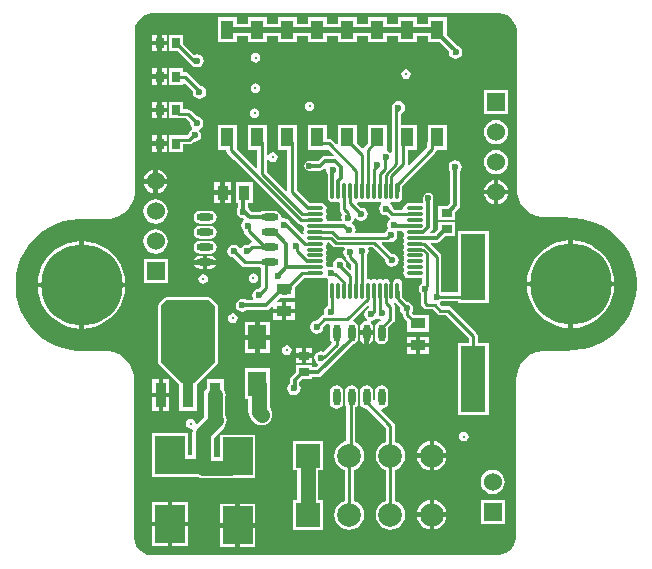
<source format=gbr>
%TF.GenerationSoftware,Altium Limited,Altium Designer,20.0.13 (296)*%
G04 Layer_Physical_Order=1*
G04 Layer_Color=255*
%FSLAX25Y25*%
%MOIN*%
%TF.FileFunction,Copper,L1,Top,Signal*%
%TF.Part,Single*%
G01*
G75*
%TA.AperFunction,SMDPad,CuDef*%
%ADD10R,0.06496X0.08465*%
%ADD11R,0.03543X0.02756*%
%ADD12O,0.05709X0.01181*%
%ADD13O,0.01181X0.05709*%
%ADD14R,0.05118X0.03740*%
%ADD15O,0.05709X0.02362*%
%ADD16R,0.03740X0.05118*%
%ADD17R,0.08300X0.22000*%
%ADD18R,0.02756X0.03543*%
%ADD19R,0.03740X0.08465*%
%ADD20R,0.12795X0.08465*%
%ADD21O,0.02362X0.05709*%
%ADD22R,0.09843X0.12500*%
%ADD23R,0.04331X0.06299*%
%TA.AperFunction,Conductor*%
%ADD24C,0.01000*%
%ADD25C,0.01181*%
%ADD26C,0.05000*%
%ADD27C,0.02000*%
%TA.AperFunction,ComponentPad*%
%ADD28C,0.07874*%
%ADD29R,0.07874X0.07874*%
%ADD30R,0.06000X0.06000*%
%ADD31C,0.06000*%
%ADD32C,0.27165*%
%TA.AperFunction,ViaPad*%
%ADD33C,0.02362*%
%ADD34C,0.01181*%
G36*
X636023Y282060D02*
X637163Y281587D01*
X638190Y280901D01*
X639063Y280028D01*
X639749Y279001D01*
X640222Y277860D01*
X640462Y276649D01*
Y276032D01*
X640463Y276031D01*
X640462Y276031D01*
X640505Y223649D01*
X640521Y223566D01*
X640514Y223482D01*
X640592Y222743D01*
X640614Y222672D01*
Y222598D01*
X640915Y221084D01*
X640975Y220938D01*
X641006Y220783D01*
X641597Y219356D01*
X641685Y219225D01*
X641745Y219079D01*
X642603Y217795D01*
X642715Y217684D01*
X642802Y217552D01*
X643894Y216461D01*
X644025Y216373D01*
X644137Y216261D01*
X645421Y215404D01*
X645567Y215343D01*
X645698Y215255D01*
X647124Y214664D01*
X647279Y214633D01*
X647426Y214573D01*
X648939Y214272D01*
X649058D01*
X649174Y214243D01*
X649481Y214228D01*
X649653Y214194D01*
X649820Y214130D01*
X649958Y214133D01*
X650093Y214106D01*
X657766D01*
X657904Y214014D01*
X657968Y214001D01*
X658026Y213969D01*
X658274Y213941D01*
X658518Y213892D01*
X659755D01*
X662212Y213615D01*
X664623Y213065D01*
X666957Y212248D01*
X669185Y211175D01*
X671278Y209859D01*
X673212Y208318D01*
X674960Y206569D01*
X676502Y204636D01*
X677818Y202542D01*
X678891Y200314D01*
X679707Y197980D01*
X680258Y195569D01*
X680535Y193112D01*
Y190639D01*
X680258Y188182D01*
X679707Y185771D01*
X678891Y183437D01*
X677818Y181209D01*
X676502Y179115D01*
X674961Y177182D01*
X673212Y175433D01*
X671278Y173891D01*
X669185Y172576D01*
X666957Y171503D01*
X664623Y170686D01*
X662212Y170136D01*
X659755Y169859D01*
X658518D01*
X658359Y169827D01*
X658196Y169826D01*
X658055Y169767D01*
X658044Y169765D01*
X650206D01*
X650166Y169757D01*
X650127Y169763D01*
X649850Y169749D01*
X649850Y169749D01*
X649078Y169711D01*
X648963Y169682D01*
X648844D01*
X647330Y169381D01*
X647184Y169321D01*
X647029Y169290D01*
X645603Y168699D01*
X645471Y168611D01*
X645325Y168551D01*
X644042Y167693D01*
X643930Y167581D01*
X643798Y167493D01*
X642707Y166402D01*
X642619Y166271D01*
X642507Y166159D01*
X641650Y164875D01*
X641589Y164729D01*
X641501Y164598D01*
X640911Y163172D01*
X640880Y163017D01*
X640819Y162871D01*
X640518Y161356D01*
Y161238D01*
X640489Y161122D01*
X640479Y160921D01*
X640438Y160859D01*
X640407Y160700D01*
X640345Y160551D01*
X640346Y160396D01*
X640316Y160244D01*
Y108385D01*
X640285Y108322D01*
X640271Y108112D01*
X640230Y107905D01*
Y107288D01*
X639989Y106077D01*
X639516Y104936D01*
X638830Y103910D01*
X637957Y103036D01*
X636930Y102350D01*
X635790Y101878D01*
X634579Y101637D01*
X633961D01*
X633847Y101614D01*
X633730Y101620D01*
X633628Y101605D01*
X519570D01*
X519544Y101600D01*
X519517Y101604D01*
X519237Y101539D01*
X518956Y101483D01*
X518933Y101468D01*
X518907Y101462D01*
X518902Y101459D01*
X518632D01*
X517420Y101700D01*
X516280Y102173D01*
X515253Y102859D01*
X514380Y103732D01*
X513694Y104759D01*
X513221Y105899D01*
X512981Y107110D01*
Y107728D01*
X512954Y107859D01*
X512958Y107994D01*
X512909Y108123D01*
Y160204D01*
X512898Y160258D01*
X512906Y160314D01*
X512853Y161077D01*
X512826Y161177D01*
Y161281D01*
X512525Y162795D01*
X512464Y162941D01*
X512434Y163096D01*
X511843Y164522D01*
X511755Y164653D01*
X511694Y164799D01*
X510837Y166083D01*
X510725Y166195D01*
X510637Y166326D01*
X509546Y167418D01*
X509414Y167506D01*
X509303Y167617D01*
X508019Y168475D01*
X507873Y168535D01*
X507741Y168623D01*
X506315Y169214D01*
X506160Y169245D01*
X506014Y169305D01*
X504500Y169606D01*
X504381D01*
X504266Y169635D01*
X503494Y169673D01*
X503457Y169668D01*
X503420Y169675D01*
X495330Y169699D01*
X495183Y169670D01*
X495034Y169672D01*
X495013Y169664D01*
X494251D01*
X491794Y169941D01*
X489383Y170491D01*
X487049Y171308D01*
X484821Y172381D01*
X482727Y173696D01*
X480794Y175238D01*
X479045Y176987D01*
X477503Y178920D01*
X476188Y181014D01*
X475115Y183242D01*
X474298Y185576D01*
X473748Y187987D01*
X473471Y190444D01*
Y192917D01*
X473748Y195374D01*
X474298Y197785D01*
X475115Y200119D01*
X476188Y202347D01*
X477503Y204441D01*
X479045Y206374D01*
X480794Y208123D01*
X482727Y209665D01*
X484821Y210980D01*
X487049Y212053D01*
X489383Y212870D01*
X491794Y213420D01*
X494251Y213697D01*
X495487D01*
X495511Y213702D01*
X495536Y213698D01*
X495607Y213700D01*
X503643D01*
X503759Y213672D01*
X503828Y213684D01*
X503897Y213673D01*
X504668Y213711D01*
X504784Y213740D01*
X504903D01*
X506417Y214041D01*
X506563Y214102D01*
X506718Y214133D01*
X508144Y214723D01*
X508276Y214811D01*
X508422Y214872D01*
X509705Y215729D01*
X509817Y215841D01*
X509948Y215929D01*
X511040Y217020D01*
X511128Y217152D01*
X511239Y217264D01*
X512097Y218547D01*
X512158Y218693D01*
X512245Y218825D01*
X512836Y220251D01*
X512867Y220406D01*
X512927Y220552D01*
X513229Y222066D01*
Y222185D01*
X513258Y222300D01*
X513296Y223072D01*
X513289Y223112D01*
X513297Y223152D01*
X513259Y275551D01*
X513244Y275626D01*
X513252Y275704D01*
X513216Y276068D01*
Y276608D01*
X513457Y277819D01*
X513930Y278960D01*
X514616Y279987D01*
X515489Y280860D01*
X516516Y281546D01*
X517656Y282018D01*
X518867Y282259D01*
X519485D01*
X519489Y282260D01*
X519493Y282259D01*
X519775Y282261D01*
X633945Y282261D01*
X634070Y282286D01*
X634197Y282281D01*
X634321Y282300D01*
X634811D01*
X636023Y282060D01*
D02*
G37*
%LPC*%
G36*
X617144Y280798D02*
X610814D01*
Y278688D01*
X607144D01*
Y280798D01*
X600813D01*
Y278688D01*
X597144D01*
Y280798D01*
X590813D01*
Y278688D01*
X587144D01*
Y280798D01*
X580814D01*
Y278688D01*
X577144D01*
Y280798D01*
X570814D01*
Y278688D01*
X567144D01*
Y280798D01*
X560814D01*
Y278688D01*
X557144D01*
Y280798D01*
X550813D01*
Y278688D01*
X547144D01*
Y280798D01*
X540813D01*
Y272499D01*
X547144D01*
Y274609D01*
X550813D01*
Y272499D01*
X557144D01*
Y274609D01*
X560814D01*
Y272499D01*
X567144D01*
Y274609D01*
X570814D01*
Y272499D01*
X577144D01*
Y274609D01*
X580814D01*
Y272499D01*
X587144D01*
Y274609D01*
X590813D01*
Y272499D01*
X597144D01*
Y274609D01*
X600813D01*
Y272499D01*
X607144D01*
Y274609D01*
X610814D01*
Y272499D01*
X614851D01*
X617939Y269411D01*
X617905Y269240D01*
X618074Y268389D01*
X618556Y267668D01*
X619277Y267186D01*
X620128Y267017D01*
X620979Y267186D01*
X621701Y267668D01*
X622183Y268389D01*
X622352Y269240D01*
X622183Y270091D01*
X621701Y270813D01*
X620979Y271295D01*
X620558Y271379D01*
X617144Y274792D01*
Y280798D01*
D02*
G37*
G36*
X523840Y275026D02*
X522212D01*
Y273005D01*
X523840D01*
Y275026D01*
D02*
G37*
G36*
X520712D02*
X519084D01*
Y273005D01*
X520712D01*
Y275026D01*
D02*
G37*
G36*
X523840Y271505D02*
X522212D01*
Y269483D01*
X523840D01*
Y271505D01*
D02*
G37*
G36*
X520712D02*
X519084D01*
Y269483D01*
X520712D01*
Y271505D01*
D02*
G37*
G36*
X553488Y268958D02*
X552868Y268835D01*
X552342Y268483D01*
X551990Y267957D01*
X551867Y267336D01*
X551990Y266716D01*
X552342Y266190D01*
X552868Y265838D01*
X553488Y265715D01*
X554109Y265838D01*
X554635Y266190D01*
X554987Y266716D01*
X555110Y267336D01*
X554987Y267957D01*
X554635Y268483D01*
X554109Y268835D01*
X553488Y268958D01*
D02*
G37*
G36*
X529352Y275026D02*
X524596D01*
Y269483D01*
X527583D01*
X531818Y265247D01*
X532314Y264916D01*
X532327Y264913D01*
X532432Y264756D01*
X533153Y264274D01*
X534004Y264105D01*
X534855Y264274D01*
X535577Y264756D01*
X536059Y265478D01*
X536228Y266329D01*
X536059Y267180D01*
X535577Y267901D01*
X534855Y268383D01*
X534004Y268552D01*
X533153Y268383D01*
X533066Y268325D01*
X529352Y272040D01*
Y275026D01*
D02*
G37*
G36*
X523840Y263853D02*
X522212D01*
Y261831D01*
X523840D01*
Y263853D01*
D02*
G37*
G36*
X520712D02*
X519084D01*
Y261831D01*
X520712D01*
Y263853D01*
D02*
G37*
G36*
X603624Y263442D02*
X603004Y263319D01*
X602477Y262967D01*
X602126Y262441D01*
X602002Y261821D01*
X602126Y261200D01*
X602477Y260674D01*
X603004Y260322D01*
X603624Y260199D01*
X604245Y260322D01*
X604771Y260674D01*
X605122Y261200D01*
X605246Y261821D01*
X605122Y262441D01*
X604771Y262967D01*
X604245Y263319D01*
X603624Y263442D01*
D02*
G37*
G36*
X523840Y260331D02*
X522212D01*
Y258310D01*
X523840D01*
Y260331D01*
D02*
G37*
G36*
X520712D02*
X519084D01*
Y258310D01*
X520712D01*
Y260331D01*
D02*
G37*
G36*
X553455Y258872D02*
X552835Y258749D01*
X552308Y258397D01*
X551957Y257871D01*
X551833Y257251D01*
X551957Y256630D01*
X552308Y256104D01*
X552835Y255752D01*
X553455Y255629D01*
X554076Y255752D01*
X554602Y256104D01*
X554953Y256630D01*
X555077Y257251D01*
X554953Y257871D01*
X554602Y258397D01*
X554076Y258749D01*
X553455Y258872D01*
D02*
G37*
G36*
X529352Y263853D02*
X524596D01*
Y258310D01*
X529352D01*
Y258765D01*
X529814Y258956D01*
X532601Y256169D01*
X532547Y255897D01*
X532716Y255047D01*
X533198Y254325D01*
X533919Y253843D01*
X534770Y253674D01*
X535622Y253843D01*
X536343Y254325D01*
X536825Y255047D01*
X536994Y255897D01*
X536825Y256749D01*
X536343Y257470D01*
X535622Y257952D01*
X535025Y258071D01*
X530933Y262162D01*
X530437Y262494D01*
X529852Y262611D01*
X529352D01*
Y263853D01*
D02*
G37*
G36*
X523840Y252679D02*
X522212D01*
Y250658D01*
X523840D01*
Y252679D01*
D02*
G37*
G36*
X520712D02*
X519084D01*
Y250658D01*
X520712D01*
Y252679D01*
D02*
G37*
G36*
X571460Y252757D02*
X570839Y252634D01*
X570313Y252282D01*
X569962Y251756D01*
X569838Y251135D01*
X569962Y250515D01*
X570313Y249989D01*
X570839Y249637D01*
X571460Y249514D01*
X572080Y249637D01*
X572606Y249989D01*
X572958Y250515D01*
X573081Y251135D01*
X572958Y251756D01*
X572606Y252282D01*
X572080Y252634D01*
X571460Y252757D01*
D02*
G37*
G36*
X637638Y256554D02*
X629638D01*
Y248554D01*
X637638D01*
Y256554D01*
D02*
G37*
G36*
X553138Y250459D02*
X552517Y250336D01*
X551991Y249984D01*
X551639Y249458D01*
X551516Y248837D01*
X551639Y248217D01*
X551991Y247691D01*
X552517Y247339D01*
X553138Y247216D01*
X553758Y247339D01*
X554284Y247691D01*
X554636Y248217D01*
X554759Y248837D01*
X554636Y249458D01*
X554284Y249984D01*
X553758Y250336D01*
X553138Y250459D01*
D02*
G37*
G36*
X523840Y249158D02*
X522212D01*
Y247136D01*
X523840D01*
Y249158D01*
D02*
G37*
G36*
X520712D02*
X519084D01*
Y247136D01*
X520712D01*
Y249158D01*
D02*
G37*
G36*
X523840Y241506D02*
X522212D01*
Y239484D01*
X523840D01*
Y241506D01*
D02*
G37*
G36*
X520712D02*
X519084D01*
Y239484D01*
X520712D01*
Y241506D01*
D02*
G37*
G36*
X529352Y252679D02*
X524596D01*
Y247136D01*
X527704D01*
X527852Y247107D01*
X530201D01*
X531650Y245658D01*
X531640Y245607D01*
X531809Y244756D01*
X532291Y244034D01*
X532328Y244010D01*
X532241Y243467D01*
X531636Y243063D01*
X531154Y242341D01*
X531061Y241874D01*
X530722Y241535D01*
X527852D01*
X527704Y241506D01*
X524596D01*
Y235962D01*
X529352D01*
Y238476D01*
X531356D01*
X531941Y238593D01*
X532437Y238924D01*
X532851Y239338D01*
X533209Y239267D01*
X534060Y239436D01*
X534781Y239918D01*
X535263Y240639D01*
X535433Y241490D01*
X535263Y242341D01*
X534781Y243063D01*
X534745Y243087D01*
X534832Y243631D01*
X535436Y244034D01*
X535918Y244756D01*
X536088Y245607D01*
X535918Y246458D01*
X535436Y247179D01*
X534715Y247661D01*
X533864Y247831D01*
X533813Y247820D01*
X531916Y249717D01*
X531420Y250049D01*
X530835Y250165D01*
X529352D01*
Y252679D01*
D02*
G37*
G36*
X633638Y246588D02*
X632593Y246451D01*
X631620Y246048D01*
X630785Y245407D01*
X630144Y244571D01*
X629740Y243598D01*
X629603Y242554D01*
X629740Y241510D01*
X630144Y240537D01*
X630785Y239701D01*
X631620Y239060D01*
X632593Y238657D01*
X633638Y238519D01*
X634682Y238657D01*
X635655Y239060D01*
X636490Y239701D01*
X637132Y240537D01*
X637535Y241510D01*
X637672Y242554D01*
X637535Y243598D01*
X637132Y244571D01*
X636490Y245407D01*
X635655Y246048D01*
X634682Y246451D01*
X633638Y246588D01*
D02*
G37*
G36*
X523840Y237984D02*
X522212D01*
Y235962D01*
X523840D01*
Y237984D01*
D02*
G37*
G36*
X520712D02*
X519084D01*
Y235962D01*
X520712D01*
Y237984D01*
D02*
G37*
G36*
X601079Y252968D02*
X600228Y252799D01*
X599506Y252317D01*
X599024Y251595D01*
X598855Y250744D01*
X598986Y250086D01*
X598918Y249744D01*
Y235912D01*
X598418Y235761D01*
X597779Y236188D01*
X597376Y236268D01*
X597144Y236672D01*
Y244971D01*
X590813D01*
Y238835D01*
X589824Y237845D01*
X589492Y237349D01*
X589467Y237220D01*
X588924Y237055D01*
X587144Y238835D01*
Y244971D01*
X580814D01*
Y238694D01*
X580352Y238503D01*
X578948Y239906D01*
X578452Y240238D01*
X577867Y240354D01*
X577144D01*
Y244971D01*
X570814D01*
Y236672D01*
X577144D01*
Y236677D01*
X577644Y236884D01*
X579474Y235054D01*
X579283Y234592D01*
X576611D01*
X575990Y234469D01*
X575464Y234117D01*
X574333Y232987D01*
X571304D01*
X570683Y232863D01*
X570157Y232512D01*
X569805Y231985D01*
X569682Y231365D01*
X569805Y230744D01*
X570157Y230218D01*
X570683Y229867D01*
X571304Y229743D01*
X575005D01*
X575626Y229867D01*
X576152Y230218D01*
X576623Y230689D01*
X577084Y230443D01*
X576971Y229878D01*
X577141Y229027D01*
X577473Y228530D01*
Y225264D01*
Y220736D01*
X577596Y220116D01*
X577948Y219589D01*
X578474Y219238D01*
X579094Y219114D01*
X579715Y219238D01*
X580079Y219481D01*
X580442Y219238D01*
X581063Y219114D01*
X581115Y219125D01*
X581502Y218808D01*
Y216811D01*
X581618Y216226D01*
X581950Y215729D01*
X582422Y215257D01*
X582217Y214949D01*
X582047Y214098D01*
X582184Y213409D01*
X581887Y212909D01*
X577458D01*
X577173Y213256D01*
X577049Y213877D01*
X576806Y214240D01*
X577049Y214604D01*
X577173Y215224D01*
X577049Y215845D01*
X576806Y216209D01*
X577049Y216572D01*
X577173Y217193D01*
X577049Y217814D01*
X576698Y218340D01*
X576172Y218691D01*
X575551Y218815D01*
X571565D01*
X567174Y223206D01*
Y239156D01*
X567144Y239304D01*
Y244971D01*
X560814D01*
Y236672D01*
X564115D01*
Y222913D01*
X563615Y222706D01*
X557174Y229147D01*
Y233546D01*
X557674Y233596D01*
X557681Y233557D01*
X558033Y233031D01*
X558559Y232680D01*
X559179Y232556D01*
X559800Y232680D01*
X560326Y233031D01*
X560678Y233557D01*
X560801Y234178D01*
X560678Y234798D01*
X560326Y235325D01*
X559800Y235676D01*
X559179Y235800D01*
X558559Y235676D01*
X558033Y235325D01*
X557681Y234798D01*
X557674Y234760D01*
X557174Y234809D01*
Y239156D01*
X557144Y239304D01*
Y244971D01*
X550813D01*
Y236672D01*
X554115D01*
Y230609D01*
X553653Y230418D01*
X548592Y235478D01*
X548569Y235513D01*
X547144Y236938D01*
Y244971D01*
X540813D01*
Y236672D01*
X543649D01*
X543749Y236173D01*
X544080Y235676D01*
X546384Y233373D01*
X546407Y233339D01*
X567571Y212175D01*
X568067Y211843D01*
X568652Y211727D01*
X569095D01*
X569412Y211340D01*
X569402Y211287D01*
X569525Y210667D01*
X569768Y210303D01*
X569525Y209940D01*
X569402Y209319D01*
X569501Y208818D01*
X569441Y208699D01*
X568894Y208589D01*
X568812Y208621D01*
X565090Y212342D01*
X565054Y212526D01*
X564572Y213247D01*
X563850Y213729D01*
X562999Y213899D01*
X562483Y213796D01*
X562049Y214176D01*
X562048Y214180D01*
X561880Y215027D01*
X561398Y215749D01*
X560676Y216231D01*
X559825Y216400D01*
X556479D01*
X555628Y216231D01*
X554980Y215798D01*
X552247D01*
X551516Y216529D01*
X551443Y216894D01*
X551010Y217541D01*
Y218875D01*
X552647D01*
Y225993D01*
X546907D01*
Y218875D01*
X547767D01*
Y217541D01*
X547334Y216894D01*
X547165Y216043D01*
X547334Y215192D01*
X547816Y214470D01*
X548538Y213988D01*
X549389Y213819D01*
X549506Y213655D01*
X549396Y213025D01*
X549320Y212974D01*
X548838Y212252D01*
X548668Y211402D01*
X548838Y210550D01*
X549320Y209829D01*
X549623Y209626D01*
Y209502D01*
X549740Y208917D01*
X550071Y208420D01*
X552309Y206184D01*
X552123Y205662D01*
X551758Y205589D01*
X551262Y205258D01*
X551020Y205015D01*
X550662Y205086D01*
X549811Y204917D01*
X549089Y204435D01*
X548799Y204001D01*
X548198D01*
X547917Y204421D01*
X547196Y204903D01*
X546345Y205072D01*
X545494Y204903D01*
X544772Y204421D01*
X544290Y203700D01*
X544121Y202849D01*
X544290Y201997D01*
X544772Y201276D01*
X545494Y200794D01*
X546345Y200625D01*
X546396Y200635D01*
X548936Y198095D01*
X549432Y197763D01*
X550017Y197647D01*
X554877D01*
X554906Y197604D01*
X555449Y197241D01*
Y191153D01*
X554634Y190337D01*
X554583Y190347D01*
X553732Y190178D01*
X553011Y189696D01*
X552529Y188974D01*
X552359Y188124D01*
X552529Y187272D01*
X552721Y186984D01*
X552454Y186484D01*
X550559D01*
X549911Y186917D01*
X549060Y187086D01*
X548209Y186917D01*
X547487Y186435D01*
X547005Y185713D01*
X546836Y184862D01*
X547005Y184011D01*
X547487Y183290D01*
X548209Y182808D01*
X549060Y182638D01*
X549911Y182808D01*
X550559Y183240D01*
X556891D01*
X557512Y183364D01*
X558038Y183715D01*
X558892Y184569D01*
X559354Y184378D01*
Y183661D01*
X562163D01*
Y185782D01*
X560757D01*
X560566Y186243D01*
X561647Y187325D01*
X562230D01*
X562652Y187241D01*
X563341D01*
X563762Y187325D01*
X566472D01*
Y190254D01*
X566501Y190402D01*
Y190945D01*
X569567Y194010D01*
X570560D01*
X571024Y193918D01*
X575551D01*
X576172Y194041D01*
X576348Y194159D01*
X576838Y194061D01*
X576928Y193928D01*
X577609Y193472D01*
X577665Y193386D01*
X577790Y192908D01*
X577596Y192617D01*
X577473Y191996D01*
Y187469D01*
X577565Y187004D01*
Y184763D01*
X576932Y184340D01*
X576450Y183619D01*
X576281Y182768D01*
X576407Y182132D01*
X576398Y181868D01*
X576080Y181570D01*
X575804Y181516D01*
X575308Y181184D01*
X573946Y179822D01*
X573895Y179832D01*
X573044Y179663D01*
X572323Y179181D01*
X571841Y178460D01*
X571671Y177609D01*
X571841Y176758D01*
X572323Y176036D01*
X573044Y175554D01*
X573895Y175385D01*
X574746Y175554D01*
X575468Y176036D01*
X575950Y176758D01*
X576119Y177609D01*
X576109Y177659D01*
X577023Y178573D01*
X578104D01*
X578410Y178073D01*
X578276Y177402D01*
Y174055D01*
X578445Y173204D01*
X578928Y172483D01*
X578697Y172037D01*
X576089Y169430D01*
X575311Y169585D01*
X574460Y169416D01*
X573738Y168934D01*
X573256Y168212D01*
X573087Y167361D01*
X573256Y166510D01*
X573738Y165789D01*
X574276Y165429D01*
X574401Y164847D01*
X573741Y164187D01*
X572374D01*
Y164943D01*
X566831D01*
Y162481D01*
X565336Y160986D01*
X564984Y160460D01*
X564861Y159840D01*
Y158826D01*
X564684Y158708D01*
X564202Y157986D01*
X564033Y157135D01*
X564202Y156284D01*
X564684Y155563D01*
X565406Y155081D01*
X566257Y154911D01*
X567108Y155081D01*
X567829Y155563D01*
X568311Y156284D01*
X568480Y157135D01*
X568311Y157986D01*
X568104Y158296D01*
Y159168D01*
X569124Y160187D01*
X572374D01*
Y160944D01*
X574413D01*
X575033Y161067D01*
X575559Y161419D01*
X586089Y171949D01*
X586351Y172001D01*
X587073Y172483D01*
X587555Y173204D01*
X587724Y174055D01*
Y177402D01*
X587555Y178253D01*
X587073Y178974D01*
X586351Y179456D01*
X586132Y179500D01*
X585987Y179978D01*
X590883Y184874D01*
X591345Y184683D01*
Y183927D01*
X591149Y183888D01*
X590427Y183406D01*
X589945Y182684D01*
X589776Y181833D01*
X589945Y180982D01*
X590427Y180261D01*
X590664Y180103D01*
X590518Y179678D01*
X590483Y179622D01*
X589649Y179456D01*
X588928Y178974D01*
X588445Y178253D01*
X588276Y177402D01*
Y176478D01*
X592724D01*
Y177402D01*
X592555Y178253D01*
X592072Y178974D01*
X591835Y179132D01*
X591982Y179557D01*
X592017Y179613D01*
X592851Y179779D01*
X593573Y180261D01*
X593822Y180634D01*
X594096D01*
X594817Y180152D01*
X595200Y180076D01*
Y179566D01*
X594649Y179456D01*
X593927Y178974D01*
X593445Y178253D01*
X593276Y177402D01*
Y174055D01*
X593445Y173204D01*
X593927Y172483D01*
X594649Y172001D01*
X595500Y171831D01*
X596351Y172001D01*
X597073Y172483D01*
X597555Y173204D01*
X597724Y174055D01*
Y177402D01*
X597714Y177453D01*
X599490Y179229D01*
X599822Y179725D01*
X599938Y180311D01*
Y184124D01*
X599822Y184709D01*
X599490Y185205D01*
X599440Y185256D01*
X599465Y185573D01*
X599592Y185807D01*
X599817Y185836D01*
X601645Y184007D01*
X601602Y183794D01*
X601772Y182942D01*
X602254Y182221D01*
X602558Y182018D01*
Y181701D01*
X602674Y181115D01*
X603005Y180619D01*
X604083Y179541D01*
Y175964D01*
X611201D01*
Y181704D01*
X606246D01*
X605616Y182334D01*
Y182547D01*
X605881Y182942D01*
X606050Y183794D01*
X605881Y184645D01*
X605399Y185366D01*
X604677Y185848D01*
X603994Y185984D01*
X602370Y187608D01*
Y191996D01*
X602246Y192617D01*
X601895Y193143D01*
X601369Y193494D01*
X600748Y193618D01*
X600127Y193494D01*
X599764Y193251D01*
X599529Y193408D01*
Y193036D01*
X599250Y192617D01*
X599126Y191996D01*
Y189732D01*
X598433D01*
Y191996D01*
X598310Y192617D01*
X598029Y193036D01*
Y193408D01*
X597795Y193252D01*
X597432Y193494D01*
X596811Y193618D01*
X596190Y193494D01*
X595827Y193251D01*
X595463Y193494D01*
X594842Y193618D01*
X594222Y193494D01*
X593858Y193252D01*
X593495Y193494D01*
X592874Y193618D01*
X592253Y193494D01*
X591890Y193251D01*
X591526Y193494D01*
X590905Y193618D01*
X590887Y193614D01*
X590501Y193931D01*
Y201348D01*
X590597Y201412D01*
X591079Y202134D01*
X591248Y202985D01*
X591122Y203621D01*
X591444Y204121D01*
X592486D01*
X596693Y199914D01*
X596683Y199863D01*
X596852Y199012D01*
X597334Y198290D01*
X598056Y197808D01*
X598907Y197639D01*
X599758Y197808D01*
X600480Y198290D01*
X600961Y199012D01*
X601131Y199863D01*
X600961Y200714D01*
X600480Y201435D01*
X599758Y201918D01*
X598907Y202087D01*
X598856Y202077D01*
X595571Y205362D01*
X595763Y205823D01*
X597394D01*
X597979Y205940D01*
X598087Y206011D01*
X598553Y205919D01*
X599404Y206088D01*
X600125Y206570D01*
X600607Y207292D01*
X600776Y208143D01*
X600607Y208994D01*
X600461Y209212D01*
X600759Y209666D01*
X602385D01*
X602669Y209319D01*
X602793Y208698D01*
X603036Y208335D01*
X602793Y207971D01*
X602669Y207350D01*
X602793Y206730D01*
X603036Y206366D01*
X602793Y206003D01*
X602669Y205382D01*
X602793Y204761D01*
X603036Y204398D01*
X602793Y204034D01*
X602669Y203413D01*
X602793Y202793D01*
X603036Y202429D01*
X602793Y202066D01*
X602669Y201445D01*
X602793Y200824D01*
X603036Y200461D01*
X602793Y200097D01*
X602669Y199476D01*
X602793Y198856D01*
X603036Y198492D01*
X602793Y198129D01*
X602669Y197508D01*
X602793Y196887D01*
X603036Y196524D01*
X602793Y196160D01*
X602669Y195539D01*
X602793Y194919D01*
X603145Y194393D01*
X603671Y194041D01*
X604291Y193918D01*
X608819D01*
X608970Y193793D01*
Y192283D01*
X608484Y191958D01*
X608002Y191237D01*
X607832Y190386D01*
X608002Y189535D01*
X608484Y188813D01*
X608527Y188784D01*
Y185592D01*
X608643Y185007D01*
X608975Y184511D01*
X609561Y183925D01*
X610057Y183594D01*
X610642Y183477D01*
X612519D01*
X613995Y182001D01*
X614491Y181669D01*
X615077Y181553D01*
X616836D01*
X624471Y173919D01*
Y172301D01*
X620850D01*
Y148301D01*
X631150D01*
Y172301D01*
X627529D01*
Y174552D01*
X627413Y175137D01*
X627081Y175634D01*
X618551Y184164D01*
X618055Y184495D01*
X617470Y184612D01*
X615710D01*
X614976Y185346D01*
X615025Y185843D01*
X615408Y186100D01*
X615437Y186143D01*
X620850D01*
Y185701D01*
X631150D01*
Y209701D01*
X620850D01*
Y189201D01*
X615437D01*
X615408Y189244D01*
X615365Y189273D01*
Y201055D01*
X615249Y201640D01*
X614917Y202136D01*
X611787Y205267D01*
X611978Y205729D01*
X613927D01*
X614548Y205852D01*
X615074Y206204D01*
X616697Y207826D01*
X619947D01*
Y212582D01*
X614403D01*
Y210120D01*
X613256Y208972D01*
X611956D01*
X611764Y209434D01*
X612154Y209823D01*
X612505Y210350D01*
X612629Y210970D01*
Y220676D01*
X612505Y221297D01*
X612154Y221823D01*
X611628Y222175D01*
X611007Y222298D01*
X610387Y222175D01*
X609860Y221823D01*
X609509Y221297D01*
X609385Y220676D01*
Y219096D01*
X608999Y218779D01*
X608819Y218815D01*
X604291D01*
X603671Y218691D01*
X603145Y218340D01*
X602793Y217814D01*
X602669Y217193D01*
X602680Y217140D01*
X602363Y216754D01*
X599649D01*
X599179Y217224D01*
X599055Y217851D01*
X598572Y218572D01*
X598416Y218677D01*
X598611Y219148D01*
X598779Y219114D01*
X599400Y219238D01*
X599764Y219481D01*
X600127Y219238D01*
X600748Y219114D01*
X601369Y219238D01*
X601895Y219589D01*
X602246Y220116D01*
X602370Y220736D01*
Y224723D01*
X613395Y235748D01*
X613727Y236244D01*
X613812Y236672D01*
X617144D01*
Y244971D01*
X610814D01*
Y239304D01*
X610784Y239156D01*
Y237463D01*
X604546Y231225D01*
X604109Y231494D01*
X604199Y231947D01*
Y236672D01*
X607144D01*
Y244971D01*
X601977D01*
Y248721D01*
X602651Y249172D01*
X603133Y249893D01*
X603303Y250744D01*
X603133Y251595D01*
X602651Y252317D01*
X601930Y252799D01*
X601079Y252968D01*
D02*
G37*
G36*
X633638Y236588D02*
X632593Y236451D01*
X631620Y236048D01*
X630785Y235407D01*
X630144Y234571D01*
X629740Y233598D01*
X629603Y232554D01*
X629740Y231510D01*
X630144Y230537D01*
X630785Y229701D01*
X631620Y229060D01*
X632593Y228657D01*
X633638Y228519D01*
X634682Y228657D01*
X635655Y229060D01*
X636490Y229701D01*
X637132Y230537D01*
X637535Y231510D01*
X637672Y232554D01*
X637535Y233598D01*
X637132Y234571D01*
X636490Y235407D01*
X635655Y236048D01*
X634682Y236451D01*
X633638Y236588D01*
D02*
G37*
G36*
X520889Y230073D02*
Y226887D01*
X524075D01*
X524036Y227181D01*
X523633Y228154D01*
X522992Y228990D01*
X522156Y229631D01*
X521183Y230034D01*
X520889Y230073D01*
D02*
G37*
G36*
X519389D02*
X519095Y230034D01*
X518122Y229631D01*
X517286Y228990D01*
X516645Y228154D01*
X516242Y227181D01*
X516203Y226887D01*
X519389D01*
Y230073D01*
D02*
G37*
G36*
X634388Y226490D02*
Y223304D01*
X637573D01*
X637535Y223598D01*
X637132Y224571D01*
X636490Y225407D01*
X635655Y226048D01*
X634682Y226451D01*
X634388Y226490D01*
D02*
G37*
G36*
X632888D02*
X632593Y226451D01*
X631620Y226048D01*
X630785Y225407D01*
X630144Y224571D01*
X629740Y223598D01*
X629702Y223304D01*
X632888D01*
Y226490D01*
D02*
G37*
G36*
X545364Y225993D02*
X543244D01*
Y223184D01*
X545364D01*
Y225993D01*
D02*
G37*
G36*
X541744D02*
X539624D01*
Y223184D01*
X541744D01*
Y225993D01*
D02*
G37*
G36*
X524075Y225387D02*
X520889D01*
Y222201D01*
X521183Y222240D01*
X522156Y222643D01*
X522992Y223284D01*
X523633Y224120D01*
X524036Y225093D01*
X524075Y225387D01*
D02*
G37*
G36*
X519389D02*
X516203D01*
X516242Y225093D01*
X516645Y224120D01*
X517286Y223284D01*
X518122Y222643D01*
X519095Y222240D01*
X519389Y222201D01*
Y225387D01*
D02*
G37*
G36*
X545364Y221684D02*
X543244D01*
Y218875D01*
X545364D01*
Y221684D01*
D02*
G37*
G36*
X541744D02*
X539624D01*
Y218875D01*
X541744D01*
Y221684D01*
D02*
G37*
G36*
X637573Y221804D02*
X634388D01*
Y218618D01*
X634682Y218657D01*
X635655Y219060D01*
X636490Y219701D01*
X637132Y220537D01*
X637535Y221510D01*
X637573Y221804D01*
D02*
G37*
G36*
X632888D02*
X629702D01*
X629740Y221510D01*
X630144Y220537D01*
X630785Y219701D01*
X631620Y219060D01*
X632593Y218657D01*
X632888Y218618D01*
Y221804D01*
D02*
G37*
G36*
X620022Y233106D02*
X619171Y232936D01*
X618449Y232454D01*
X617967Y231733D01*
X617798Y230882D01*
X617967Y230031D01*
X618400Y229383D01*
Y218841D01*
X617653Y218094D01*
X614403D01*
Y213338D01*
X619947D01*
Y215801D01*
X621169Y217023D01*
X621520Y217549D01*
X621643Y218169D01*
Y229383D01*
X622076Y230031D01*
X622246Y230882D01*
X622076Y231733D01*
X621594Y232454D01*
X620873Y232936D01*
X620022Y233106D01*
D02*
G37*
G36*
X520139Y220171D02*
X519095Y220034D01*
X518122Y219631D01*
X517286Y218990D01*
X516645Y218154D01*
X516242Y217181D01*
X516105Y216137D01*
X516242Y215093D01*
X516645Y214120D01*
X517286Y213284D01*
X518122Y212643D01*
X519095Y212240D01*
X520139Y212102D01*
X521183Y212240D01*
X522156Y212643D01*
X522992Y213284D01*
X523633Y214120D01*
X524036Y215093D01*
X524173Y216137D01*
X524036Y217181D01*
X523633Y218154D01*
X522992Y218990D01*
X522156Y219631D01*
X521183Y220034D01*
X520139Y220171D01*
D02*
G37*
G36*
X538368Y216400D02*
X535022D01*
X534171Y216231D01*
X533449Y215749D01*
X532967Y215027D01*
X532798Y214176D01*
X532967Y213325D01*
X533449Y212604D01*
X534171Y212122D01*
X535022Y211952D01*
X538368D01*
X539219Y212122D01*
X539941Y212604D01*
X540423Y213325D01*
X540592Y214176D01*
X540423Y215027D01*
X539941Y215749D01*
X539219Y216231D01*
X538368Y216400D01*
D02*
G37*
G36*
Y211400D02*
X535022D01*
X534171Y211231D01*
X533449Y210749D01*
X532967Y210027D01*
X532798Y209176D01*
X532967Y208325D01*
X533449Y207604D01*
X534171Y207121D01*
X535022Y206952D01*
X538368D01*
X539219Y207121D01*
X539941Y207604D01*
X540423Y208325D01*
X540592Y209176D01*
X540423Y210027D01*
X539941Y210749D01*
X539219Y211231D01*
X538368Y211400D01*
D02*
G37*
G36*
X520139Y210171D02*
X519095Y210034D01*
X518122Y209631D01*
X517286Y208990D01*
X516645Y208154D01*
X516242Y207181D01*
X516105Y206137D01*
X516242Y205093D01*
X516645Y204120D01*
X517286Y203284D01*
X518122Y202643D01*
X519095Y202240D01*
X520139Y202102D01*
X521183Y202240D01*
X522156Y202643D01*
X522992Y203284D01*
X523633Y204120D01*
X524036Y205093D01*
X524173Y206137D01*
X524036Y207181D01*
X523633Y208154D01*
X522992Y208990D01*
X522156Y209631D01*
X521183Y210034D01*
X520139Y210171D01*
D02*
G37*
G36*
X538368Y206400D02*
X535022D01*
X534171Y206231D01*
X533449Y205749D01*
X532967Y205027D01*
X532798Y204176D01*
X532967Y203325D01*
X533449Y202604D01*
X534171Y202122D01*
X535022Y201952D01*
X538368D01*
X539219Y202122D01*
X539941Y202604D01*
X540423Y203325D01*
X540592Y204176D01*
X540423Y205027D01*
X539941Y205749D01*
X539219Y206231D01*
X538368Y206400D01*
D02*
G37*
G36*
Y201400D02*
X537445D01*
Y199926D01*
X540443D01*
X540423Y200027D01*
X539941Y200749D01*
X539219Y201231D01*
X538368Y201400D01*
D02*
G37*
G36*
X535945D02*
X535022D01*
X534171Y201231D01*
X533449Y200749D01*
X532967Y200027D01*
X532947Y199926D01*
X535945D01*
Y201400D01*
D02*
G37*
G36*
X540443Y198426D02*
X537445D01*
Y196952D01*
X538368D01*
X539219Y197122D01*
X539941Y197604D01*
X540423Y198325D01*
X540443Y198426D01*
D02*
G37*
G36*
X535945D02*
X532947D01*
X532967Y198325D01*
X533449Y197604D01*
X534171Y197122D01*
X535022Y196952D01*
X535945D01*
Y198426D01*
D02*
G37*
G36*
X659273Y206438D02*
Y192619D01*
X673092D01*
X672971Y194158D01*
X672435Y196390D01*
X671557Y198510D01*
X670358Y200467D01*
X668867Y202213D01*
X667121Y203703D01*
X665164Y204903D01*
X663044Y205781D01*
X660812Y206317D01*
X659273Y206438D01*
D02*
G37*
G36*
X657773D02*
X656235Y206317D01*
X654003Y205781D01*
X651883Y204903D01*
X649925Y203703D01*
X648180Y202213D01*
X646689Y200467D01*
X645490Y198510D01*
X644612Y196390D01*
X644076Y194158D01*
X643955Y192619D01*
X657773D01*
Y206438D01*
D02*
G37*
G36*
X496219Y206176D02*
Y192357D01*
X510037D01*
X509916Y193895D01*
X509380Y196127D01*
X508502Y198248D01*
X507303Y200205D01*
X505812Y201950D01*
X504067Y203441D01*
X502109Y204640D01*
X499989Y205519D01*
X497757Y206055D01*
X496219Y206176D01*
D02*
G37*
G36*
X494719D02*
X493180Y206055D01*
X490948Y205519D01*
X488828Y204640D01*
X486871Y203441D01*
X485125Y201950D01*
X483635Y200205D01*
X482435Y198248D01*
X481557Y196127D01*
X481021Y193895D01*
X480900Y192357D01*
X494719D01*
Y206176D01*
D02*
G37*
G36*
X552779Y195491D02*
X552158Y195368D01*
X551632Y195016D01*
X551280Y194490D01*
X551157Y193870D01*
X551280Y193249D01*
X551632Y192723D01*
X552158Y192371D01*
X552779Y192248D01*
X553399Y192371D01*
X553925Y192723D01*
X554277Y193249D01*
X554400Y193870D01*
X554277Y194490D01*
X553925Y195016D01*
X553399Y195368D01*
X552779Y195491D01*
D02*
G37*
G36*
X524139Y200137D02*
X516139D01*
Y192137D01*
X524139D01*
Y200137D01*
D02*
G37*
G36*
X536026Y195226D02*
X535405Y195102D01*
X534879Y194750D01*
X534527Y194224D01*
X534404Y193604D01*
X534527Y192983D01*
X534879Y192457D01*
X535405Y192105D01*
X536026Y191982D01*
X536646Y192105D01*
X537172Y192457D01*
X537524Y192983D01*
X537647Y193604D01*
X537524Y194224D01*
X537172Y194750D01*
X536646Y195102D01*
X536026Y195226D01*
D02*
G37*
G36*
X566472Y185782D02*
X563663D01*
Y183661D01*
X566472D01*
Y185782D01*
D02*
G37*
G36*
Y182161D02*
X563663D01*
Y180041D01*
X566472D01*
Y182161D01*
D02*
G37*
G36*
X562163D02*
X559354D01*
Y180041D01*
X562163D01*
Y182161D01*
D02*
G37*
G36*
X545942Y182200D02*
X545321Y182077D01*
X544795Y181725D01*
X544443Y181199D01*
X544320Y180578D01*
X544443Y179958D01*
X544795Y179432D01*
X545321Y179080D01*
X545942Y178957D01*
X546562Y179080D01*
X547088Y179432D01*
X547440Y179958D01*
X547563Y180578D01*
X547440Y181199D01*
X547088Y181725D01*
X546562Y182077D01*
X545942Y182200D01*
D02*
G37*
G36*
X673092Y191119D02*
X659273D01*
Y177301D01*
X660812Y177422D01*
X663044Y177957D01*
X665164Y178836D01*
X667121Y180035D01*
X668867Y181526D01*
X670358Y183271D01*
X671557Y185229D01*
X672435Y187349D01*
X672971Y189581D01*
X673092Y191119D01*
D02*
G37*
G36*
X657773D02*
X643955D01*
X644076Y189581D01*
X644612Y187349D01*
X645490Y185229D01*
X646689Y183271D01*
X648180Y181526D01*
X649925Y180035D01*
X651883Y178836D01*
X654003Y177957D01*
X656235Y177422D01*
X657773Y177301D01*
Y191119D01*
D02*
G37*
G36*
X510037Y190857D02*
X496219D01*
Y177038D01*
X497757Y177159D01*
X499989Y177695D01*
X502109Y178574D01*
X504067Y179773D01*
X505812Y181263D01*
X507303Y183009D01*
X508502Y184966D01*
X509380Y187087D01*
X509916Y189319D01*
X510037Y190857D01*
D02*
G37*
G36*
X494719D02*
X480900D01*
X481021Y189319D01*
X481557Y187087D01*
X482435Y184966D01*
X483635Y183009D01*
X485125Y181263D01*
X486871Y179773D01*
X488828Y178574D01*
X490948Y177695D01*
X493180Y177159D01*
X494719Y177038D01*
Y190857D01*
D02*
G37*
G36*
X558373Y179340D02*
X554875D01*
Y174857D01*
X558373D01*
Y179340D01*
D02*
G37*
G36*
X553375D02*
X549877D01*
Y174857D01*
X553375D01*
Y179340D01*
D02*
G37*
G36*
X611201Y174421D02*
X608392D01*
Y172301D01*
X611201D01*
Y174421D01*
D02*
G37*
G36*
X606892D02*
X604083D01*
Y172301D01*
X606892D01*
Y174421D01*
D02*
G37*
G36*
X592724Y174978D02*
X591250D01*
Y171981D01*
X591351Y172001D01*
X592072Y172483D01*
X592555Y173204D01*
X592724Y174055D01*
Y174978D01*
D02*
G37*
G36*
X589750D02*
X588276D01*
Y174055D01*
X588445Y173204D01*
X588928Y172483D01*
X589649Y172001D01*
X589750Y171981D01*
Y174978D01*
D02*
G37*
G36*
X558373Y173357D02*
X554875D01*
Y168875D01*
X558373D01*
Y173357D01*
D02*
G37*
G36*
X553375D02*
X549877D01*
Y168875D01*
X553375D01*
Y173357D01*
D02*
G37*
G36*
X572374Y170455D02*
X570352D01*
Y168827D01*
X572374D01*
Y170455D01*
D02*
G37*
G36*
X568852D02*
X566831D01*
Y168827D01*
X568852D01*
Y170455D01*
D02*
G37*
G36*
X611201Y170801D02*
X608392D01*
Y168681D01*
X611201D01*
Y170801D01*
D02*
G37*
G36*
X606892D02*
X604083D01*
Y168681D01*
X606892D01*
Y170801D01*
D02*
G37*
G36*
X563949Y171490D02*
X563328Y171366D01*
X562802Y171014D01*
X562451Y170488D01*
X562327Y169868D01*
X562451Y169247D01*
X562802Y168721D01*
X563328Y168369D01*
X563949Y168246D01*
X564570Y168369D01*
X565096Y168721D01*
X565447Y169247D01*
X565571Y169868D01*
X565447Y170488D01*
X565096Y171014D01*
X564570Y171366D01*
X563949Y171490D01*
D02*
G37*
G36*
X572374Y167327D02*
X570352D01*
Y165699D01*
X572374D01*
Y167327D01*
D02*
G37*
G36*
X568852D02*
X566831D01*
Y165699D01*
X568852D01*
Y167327D01*
D02*
G37*
G36*
X524756Y160116D02*
X522636D01*
Y155634D01*
X524756D01*
Y160116D01*
D02*
G37*
G36*
X521136D02*
X519016D01*
Y155634D01*
X521136D01*
Y160116D01*
D02*
G37*
G36*
X521886Y154884D02*
D01*
D01*
D01*
D02*
G37*
G36*
X595500Y158169D02*
X594649Y157999D01*
X593927Y157517D01*
X593445Y156796D01*
X593276Y155945D01*
Y153194D01*
X592776Y152893D01*
X592724Y152920D01*
Y155945D01*
X592555Y156796D01*
X592072Y157517D01*
X591351Y157999D01*
X590500Y158169D01*
X589649Y157999D01*
X588928Y157517D01*
X588445Y156796D01*
X588276Y155945D01*
Y152598D01*
X588445Y151747D01*
X588928Y151026D01*
X589649Y150544D01*
X590500Y150374D01*
X590551Y150385D01*
X596924Y144012D01*
Y139428D01*
X595963Y139031D01*
X594932Y138239D01*
X594141Y137208D01*
X593643Y136007D01*
X593474Y134718D01*
X593643Y133429D01*
X594141Y132228D01*
X594932Y131197D01*
X595963Y130406D01*
X596924Y130008D01*
Y119743D01*
X595963Y119345D01*
X594932Y118554D01*
X594141Y117523D01*
X593643Y116322D01*
X593474Y115033D01*
X593643Y113744D01*
X594141Y112543D01*
X594932Y111512D01*
X595963Y110721D01*
X597164Y110223D01*
X598453Y110053D01*
X599742Y110223D01*
X600943Y110721D01*
X601974Y111512D01*
X602766Y112543D01*
X603263Y113744D01*
X603433Y115033D01*
X603263Y116322D01*
X602766Y117523D01*
X601974Y118554D01*
X600943Y119345D01*
X599983Y119743D01*
Y130008D01*
X600943Y130406D01*
X601974Y131197D01*
X602766Y132228D01*
X603263Y133429D01*
X603433Y134718D01*
X603263Y136007D01*
X602766Y137208D01*
X601974Y138239D01*
X600943Y139031D01*
X599983Y139428D01*
Y144645D01*
X599866Y145230D01*
X599535Y145727D01*
X595322Y149939D01*
X595578Y150390D01*
X596351Y150544D01*
X597073Y151026D01*
X597555Y151747D01*
X597724Y152598D01*
Y155945D01*
X597555Y156796D01*
X597073Y157517D01*
X596351Y157999D01*
X595500Y158169D01*
D02*
G37*
G36*
X580500D02*
X579649Y157999D01*
X578928Y157517D01*
X578445Y156796D01*
X578276Y155945D01*
Y152598D01*
X578445Y151747D01*
X578928Y151026D01*
X579649Y150544D01*
X580500Y150374D01*
X581351Y150544D01*
X582072Y151026D01*
X582555Y151747D01*
X582724Y152598D01*
Y155945D01*
X582555Y156796D01*
X582072Y157517D01*
X581351Y157999D01*
X580500Y158169D01*
D02*
G37*
G36*
X523742Y187471D02*
X523351Y187393D01*
X523021Y187172D01*
X523021Y187172D01*
X521221Y185372D01*
X521000Y185041D01*
X520922Y184651D01*
X520922Y166051D01*
X521000Y165661D01*
X521221Y165330D01*
X528071Y158479D01*
Y149651D01*
X533812D01*
Y158479D01*
X540663Y165330D01*
X540884Y165661D01*
X540961Y166051D01*
Y184551D01*
X540884Y184941D01*
X540663Y185272D01*
X538763Y187172D01*
X538432Y187393D01*
X538042Y187471D01*
X523742Y187471D01*
D02*
G37*
G36*
X524756Y154134D02*
X522636D01*
Y149651D01*
X524756D01*
Y154134D01*
D02*
G37*
G36*
X521136D02*
X519016D01*
Y149651D01*
X521136D01*
Y154134D01*
D02*
G37*
G36*
X542867Y160116D02*
X537127D01*
Y156953D01*
X536739Y156448D01*
X536386Y155597D01*
X536266Y154683D01*
Y147432D01*
X534007Y145172D01*
X533758Y145236D01*
X533506Y145378D01*
X533398Y145918D01*
X533047Y146444D01*
X532521Y146795D01*
X531900Y146919D01*
X531279Y146795D01*
X530753Y146444D01*
X530402Y145918D01*
X530278Y145297D01*
X530402Y144677D01*
X530753Y144150D01*
X531279Y143799D01*
X531900Y143675D01*
X532293Y143754D01*
X532662Y143338D01*
X532535Y143032D01*
X532415Y142118D01*
Y134780D01*
X530921D01*
Y142250D01*
X519079D01*
Y127750D01*
X527192D01*
X527421Y127720D01*
X534113D01*
X534180Y127668D01*
X535031Y127315D01*
X535945Y127195D01*
X536132Y127220D01*
X545079D01*
X545308Y127250D01*
X553421D01*
Y141750D01*
X541579D01*
Y134280D01*
X539475D01*
Y140656D01*
X542849Y144030D01*
X543410Y144761D01*
X543763Y145613D01*
X543883Y146526D01*
X543763Y147440D01*
X543410Y148291D01*
X543326Y148401D01*
Y153776D01*
X543407Y153970D01*
X543527Y154884D01*
X543407Y155797D01*
X543054Y156649D01*
X542867Y156893D01*
Y160116D01*
D02*
G37*
G36*
X558373Y163985D02*
X549877D01*
Y153521D01*
X551068D01*
Y149351D01*
X551188Y148438D01*
X551541Y147586D01*
X552102Y146855D01*
X553050Y145906D01*
X553781Y145345D01*
X554633Y144993D01*
X555546Y144872D01*
X556460Y144993D01*
X557311Y145345D01*
X558043Y145906D01*
X558604Y146638D01*
X558956Y147489D01*
X559076Y148403D01*
X558956Y149316D01*
X558604Y150168D01*
X558128Y150788D01*
Y153521D01*
X558373D01*
Y163985D01*
D02*
G37*
G36*
X622921Y142690D02*
X622300Y142566D01*
X621774Y142215D01*
X621422Y141689D01*
X621299Y141068D01*
X621422Y140447D01*
X621774Y139921D01*
X622300Y139570D01*
X622921Y139446D01*
X623541Y139570D01*
X624067Y139921D01*
X624419Y140447D01*
X624543Y141068D01*
X624419Y141689D01*
X624067Y142215D01*
X623541Y142566D01*
X622921Y142690D01*
D02*
G37*
G36*
X612983Y139599D02*
Y135468D01*
X617114D01*
X617043Y136007D01*
X616545Y137208D01*
X615754Y138239D01*
X614723Y139031D01*
X613522Y139528D01*
X612983Y139599D01*
D02*
G37*
G36*
X611483D02*
X610944Y139528D01*
X609743Y139031D01*
X608712Y138239D01*
X607920Y137208D01*
X607423Y136007D01*
X607352Y135468D01*
X611483D01*
Y139599D01*
D02*
G37*
G36*
X617114Y133968D02*
X612983D01*
Y129837D01*
X613522Y129908D01*
X614723Y130406D01*
X615754Y131197D01*
X616545Y132228D01*
X617043Y133429D01*
X617114Y133968D01*
D02*
G37*
G36*
X611483D02*
X607352D01*
X607423Y133429D01*
X607920Y132228D01*
X608712Y131197D01*
X609743Y130406D01*
X610944Y129908D01*
X611483Y129837D01*
Y133968D01*
D02*
G37*
G36*
X632500Y129995D02*
X631456Y129858D01*
X630483Y129455D01*
X629647Y128814D01*
X629006Y127978D01*
X628603Y127005D01*
X628466Y125961D01*
X628603Y124916D01*
X629006Y123943D01*
X629647Y123108D01*
X630483Y122467D01*
X631456Y122064D01*
X632500Y121926D01*
X633544Y122064D01*
X634517Y122467D01*
X635353Y123108D01*
X635994Y123943D01*
X636397Y124916D01*
X636535Y125961D01*
X636397Y127005D01*
X635994Y127978D01*
X635353Y128814D01*
X634517Y129455D01*
X633544Y129858D01*
X632500Y129995D01*
D02*
G37*
G36*
X612983Y119914D02*
Y115783D01*
X617114D01*
X617043Y116322D01*
X616545Y117523D01*
X615754Y118554D01*
X614723Y119345D01*
X613522Y119843D01*
X612983Y119914D01*
D02*
G37*
G36*
X611483D02*
X610944Y119843D01*
X609743Y119345D01*
X608712Y118554D01*
X607920Y117523D01*
X607423Y116322D01*
X607352Y115783D01*
X611483D01*
Y119914D01*
D02*
G37*
G36*
X530921Y119250D02*
X525750D01*
Y112750D01*
X530921D01*
Y119250D01*
D02*
G37*
G36*
X524250D02*
X519079D01*
Y112750D01*
X524250D01*
Y119250D01*
D02*
G37*
G36*
X553421Y118750D02*
X548250D01*
Y112250D01*
X553421D01*
Y118750D01*
D02*
G37*
G36*
X546750D02*
X541579D01*
Y112250D01*
X546750D01*
Y118750D01*
D02*
G37*
G36*
X636500Y119961D02*
X628500D01*
Y111961D01*
X636500D01*
Y119961D01*
D02*
G37*
G36*
X617114Y114283D02*
X612983D01*
Y110152D01*
X613522Y110223D01*
X614723Y110721D01*
X615754Y111512D01*
X616545Y112543D01*
X617043Y113744D01*
X617114Y114283D01*
D02*
G37*
G36*
X611483D02*
X607352D01*
X607423Y113744D01*
X607920Y112543D01*
X608712Y111512D01*
X609743Y110721D01*
X610944Y110223D01*
X611483Y110152D01*
Y114283D01*
D02*
G37*
G36*
X575831Y139655D02*
X565957D01*
Y129781D01*
X567364D01*
Y119970D01*
X565957D01*
Y110096D01*
X575831D01*
Y119970D01*
X574424D01*
Y129781D01*
X575831D01*
Y139655D01*
D02*
G37*
G36*
X585500Y158169D02*
X584649Y157999D01*
X583927Y157517D01*
X583445Y156796D01*
X583276Y155945D01*
Y152598D01*
X583445Y151747D01*
X583710Y151351D01*
Y139571D01*
X583385Y139528D01*
X582184Y139031D01*
X581152Y138239D01*
X580361Y137208D01*
X579864Y136007D01*
X579694Y134718D01*
X579864Y133429D01*
X580361Y132228D01*
X581152Y131197D01*
X582184Y130406D01*
X583144Y130008D01*
Y119743D01*
X582184Y119345D01*
X581152Y118554D01*
X580361Y117523D01*
X579864Y116322D01*
X579694Y115033D01*
X579864Y113744D01*
X580361Y112543D01*
X581152Y111512D01*
X582184Y110721D01*
X583385Y110223D01*
X584674Y110053D01*
X585962Y110223D01*
X587163Y110721D01*
X588195Y111512D01*
X588986Y112543D01*
X589483Y113744D01*
X589653Y115033D01*
X589483Y116322D01*
X588986Y117523D01*
X588195Y118554D01*
X587163Y119345D01*
X586203Y119743D01*
Y130008D01*
X587163Y130406D01*
X588195Y131197D01*
X588986Y132228D01*
X589483Y133429D01*
X589653Y134718D01*
X589483Y136007D01*
X588986Y137208D01*
X588195Y138239D01*
X587163Y139031D01*
X586769Y139194D01*
Y150823D01*
X587073Y151026D01*
X587555Y151747D01*
X587724Y152598D01*
Y155945D01*
X587555Y156796D01*
X587073Y157517D01*
X586351Y157999D01*
X585500Y158169D01*
D02*
G37*
G36*
X530921Y111250D02*
X525750D01*
Y104750D01*
X530921D01*
Y111250D01*
D02*
G37*
G36*
X524250D02*
X519079D01*
Y104750D01*
X524250D01*
Y111250D01*
D02*
G37*
G36*
X553421Y110750D02*
X548250D01*
Y104250D01*
X553421D01*
Y110750D01*
D02*
G37*
G36*
X546750D02*
X541579D01*
Y104250D01*
X546750D01*
Y110750D01*
D02*
G37*
%LPD*%
G36*
X592253Y219238D02*
X592874Y219114D01*
X593495Y219238D01*
X593858Y219481D01*
X594222Y219238D01*
X594842Y219114D01*
X595357Y219217D01*
X595431Y219177D01*
X595458Y218599D01*
X595452Y218589D01*
X595428Y218572D01*
X594945Y217851D01*
X594776Y217000D01*
X594945Y216149D01*
X595428Y215427D01*
X596149Y214945D01*
X597000Y214776D01*
X597251Y214826D01*
X597935Y214143D01*
X598228Y213947D01*
X598269Y213384D01*
X598263Y213368D01*
X597977Y213177D01*
X597495Y212456D01*
X597326Y211605D01*
X597495Y210754D01*
X597570Y210642D01*
X597400Y209996D01*
X596980Y209715D01*
X596498Y208994D01*
X596476Y208882D01*
X587040D01*
X586718Y209382D01*
X586844Y210018D01*
X586675Y210869D01*
X586193Y211591D01*
X585769Y211874D01*
Y212476D01*
X585844Y212526D01*
X586326Y213247D01*
X586412Y213681D01*
X586943Y213786D01*
X587044Y213634D01*
X587766Y213152D01*
X588617Y212983D01*
X589468Y213152D01*
X590189Y213634D01*
X590671Y214356D01*
X590841Y215207D01*
X590671Y216058D01*
X590189Y216779D01*
X589468Y217262D01*
X588617Y217431D01*
X588566Y217421D01*
X587313Y218673D01*
X587478Y219216D01*
X587589Y219238D01*
X587953Y219481D01*
X588316Y219238D01*
X588937Y219114D01*
X589558Y219238D01*
X589921Y219481D01*
X590285Y219238D01*
X590905Y219114D01*
X591526Y219238D01*
X591890Y219481D01*
X592253Y219238D01*
D02*
G37*
G36*
X579256Y204569D02*
X579752Y204237D01*
X580337Y204121D01*
X582858D01*
X583126Y203621D01*
X582945Y203351D01*
X582776Y202500D01*
X582945Y201649D01*
X583427Y200927D01*
X583483Y200891D01*
X583587Y200365D01*
X583919Y199869D01*
X585439Y198348D01*
Y196877D01*
X584977Y196686D01*
X583613Y198050D01*
X583687Y198422D01*
X583518Y199273D01*
X583036Y199995D01*
X582314Y200477D01*
X581463Y200646D01*
X580613Y200477D01*
X579891Y199995D01*
X579409Y199273D01*
X579240Y198422D01*
X579309Y198073D01*
X578884Y197648D01*
X578500Y197724D01*
X577649Y197555D01*
X577115Y197799D01*
X577049Y198129D01*
X576806Y198492D01*
X577049Y198856D01*
X577173Y199476D01*
X577049Y200097D01*
X576806Y200461D01*
X577049Y200824D01*
X577173Y201445D01*
X577049Y202066D01*
X576806Y202429D01*
X577049Y202793D01*
X577173Y203413D01*
X577049Y204034D01*
X576806Y204398D01*
X577049Y204761D01*
X577173Y205382D01*
X577162Y205434D01*
X577480Y205821D01*
X578003D01*
X579256Y204569D01*
D02*
G37*
G36*
X538042Y186451D02*
X539942Y184551D01*
Y166051D01*
X532842Y158951D01*
X529042D01*
X521942Y166051D01*
X521942Y184651D01*
X523742Y186451D01*
X538042Y186451D01*
D02*
G37*
D10*
X554125Y158753D02*
D03*
Y174107D02*
D03*
D11*
X617175Y210204D02*
D03*
Y215716D02*
D03*
X569602Y168077D02*
D03*
Y162566D02*
D03*
D12*
X606555Y195539D02*
D03*
Y197508D02*
D03*
Y199476D02*
D03*
Y201445D02*
D03*
Y203413D02*
D03*
Y205382D02*
D03*
Y207350D02*
D03*
Y209319D02*
D03*
Y211287D02*
D03*
Y213256D02*
D03*
Y215224D02*
D03*
Y217193D02*
D03*
X573287D02*
D03*
Y215224D02*
D03*
Y213256D02*
D03*
Y211287D02*
D03*
Y209319D02*
D03*
Y207350D02*
D03*
Y205382D02*
D03*
Y203413D02*
D03*
Y201445D02*
D03*
Y199476D02*
D03*
Y197508D02*
D03*
Y195539D02*
D03*
D13*
X600748Y223000D02*
D03*
X598779D02*
D03*
X596811D02*
D03*
X594842D02*
D03*
X592874D02*
D03*
X590905D02*
D03*
X588937D02*
D03*
X586968D02*
D03*
X585000D02*
D03*
X583031D02*
D03*
X581063D02*
D03*
X579094D02*
D03*
Y189732D02*
D03*
X581063D02*
D03*
X583031D02*
D03*
X585000D02*
D03*
X586968D02*
D03*
X588937D02*
D03*
X590905D02*
D03*
X592874D02*
D03*
X594842D02*
D03*
X596811D02*
D03*
X598779D02*
D03*
X600748D02*
D03*
D14*
X562913Y182911D02*
D03*
Y190195D02*
D03*
X607642Y178834D02*
D03*
Y171551D02*
D03*
D15*
X558152Y199176D02*
D03*
Y204176D02*
D03*
Y209176D02*
D03*
Y214176D02*
D03*
X536695Y199176D02*
D03*
Y204176D02*
D03*
Y209176D02*
D03*
Y214176D02*
D03*
D16*
X542494Y222434D02*
D03*
X549777D02*
D03*
D17*
X626000Y160301D02*
D03*
Y197701D02*
D03*
D18*
X526974Y272255D02*
D03*
X521462D02*
D03*
X526974Y261081D02*
D03*
X521462D02*
D03*
X526974Y249908D02*
D03*
X521462D02*
D03*
X526974Y238734D02*
D03*
X521462D02*
D03*
D19*
X521886Y154884D02*
D03*
X530942D02*
D03*
X539997D02*
D03*
D20*
X530942Y177718D02*
D03*
D21*
X595500Y175728D02*
D03*
X590500D02*
D03*
X585500D02*
D03*
X580500D02*
D03*
X595500Y154272D02*
D03*
X590500D02*
D03*
X585500D02*
D03*
X580500D02*
D03*
D22*
X525000Y135000D02*
D03*
Y112000D02*
D03*
X547500Y134500D02*
D03*
Y111500D02*
D03*
D23*
X613979Y276648D02*
D03*
X603979D02*
D03*
X593979D02*
D03*
X583979D02*
D03*
X573979D02*
D03*
X563979D02*
D03*
X553979D02*
D03*
X543979D02*
D03*
X613979Y240822D02*
D03*
X603979D02*
D03*
X593979D02*
D03*
X583979D02*
D03*
X573979D02*
D03*
X563979D02*
D03*
X553979D02*
D03*
X543979D02*
D03*
D24*
X593120Y205650D02*
X598907Y199863D01*
X598184Y208143D02*
X598553D01*
X597000Y217000D02*
X597240D01*
X602669Y231947D02*
Y239512D01*
X577867Y238825D02*
X586968Y229723D01*
X543979Y240822D02*
X545162Y239639D01*
X609543Y205347D02*
X613836Y201055D01*
X547488Y234420D02*
X568652Y213256D01*
X606590Y205347D02*
X609543D01*
X617470Y183082D02*
X626000Y174552D01*
X573979Y240490D02*
Y240822D01*
X610056Y185592D02*
X610642Y185007D01*
X602669Y239512D02*
X603979Y240822D01*
X555644Y228513D02*
Y239156D01*
X565644Y222572D02*
X570964Y217252D01*
X626000Y160301D02*
Y174552D01*
X568933Y195539D02*
X573287D01*
X613836Y187672D02*
Y201055D01*
X547488Y234420D02*
Y234432D01*
X568652Y213256D02*
X573287D01*
X593979Y239837D02*
Y240822D01*
X612314Y239156D02*
X613979Y240822D01*
X568933Y215224D02*
X573287D01*
X588937Y223000D02*
Y234879D01*
X603826Y183794D02*
X603924Y183891D01*
X610642Y185007D02*
X613152D01*
X575644Y238825D02*
X577867D01*
X596811Y185722D02*
Y189732D01*
X573228Y217252D02*
X573287Y217193D01*
X562083Y189339D02*
X562652Y188770D01*
X596811Y185722D02*
X598409Y184124D01*
X573979Y240490D02*
X575644Y238825D01*
X583979Y239837D02*
Y240822D01*
X600807Y223059D02*
Y225323D01*
X595500Y177402D02*
X598409Y180311D01*
X600748Y189732D02*
X600823Y189657D01*
X590905Y223000D02*
Y236764D01*
X563979Y240822D02*
X565644Y239156D01*
X564972Y190402D02*
Y191578D01*
X598779Y223000D02*
Y228058D01*
X600748Y223000D02*
X600807Y223059D01*
X595500Y175728D02*
Y177402D01*
X545162Y236758D02*
Y239639D01*
X600823Y186992D02*
Y189657D01*
X553979Y240822D02*
X555644Y239156D01*
X565644Y222572D02*
Y239156D01*
X615077Y183082D02*
X617470D01*
X564972Y191578D02*
X568933Y195539D01*
X586968Y223000D02*
Y229723D01*
X545162Y236758D02*
X547488Y234432D01*
X610056Y185592D02*
Y190754D01*
X590905Y236764D02*
X593979Y239837D01*
X612314Y236829D02*
Y239156D01*
X563341Y188770D02*
X564972Y190402D01*
X598409Y180311D02*
Y184124D01*
X606555Y205382D02*
X606590Y205347D01*
X613152Y185007D02*
X615077Y183082D01*
X598779Y228058D02*
X602669Y231947D01*
X600823Y186992D02*
X603924Y183891D01*
X555644Y228513D02*
X568933Y215224D01*
X570964Y217252D02*
X573228D01*
X562652Y188770D02*
X563341D01*
X583979Y239837D02*
X588937Y234879D01*
X600807Y225323D02*
X612314Y236829D01*
X576444Y167622D02*
X580500Y171678D01*
X580337Y205650D02*
X593120D01*
X580884Y207353D02*
X597394D01*
X580500Y171678D02*
Y175728D01*
X578505Y182768D02*
Y183136D01*
X576389Y180103D02*
X583948D01*
X573895Y177609D02*
X576389Y180103D01*
X575311Y167361D02*
X575572Y167622D01*
X592000Y181833D02*
X592874Y182707D01*
X595668Y182206D02*
Y182575D01*
X579094Y183726D02*
Y189732D01*
X578505Y183136D02*
X579094Y183726D01*
X567000Y204500D02*
X567261Y204239D01*
Y202831D02*
Y204239D01*
X563595Y211675D02*
X569853Y205417D01*
X554583Y188124D02*
X556979Y190519D01*
X569853Y205417D02*
X573253D01*
X556979Y190519D02*
Y198547D01*
X588972Y189767D02*
Y202932D01*
X590871Y187025D02*
Y189698D01*
X583948Y180103D02*
X590871Y187025D01*
X585000Y189732D02*
Y194500D01*
X581463Y198037D02*
X585000Y194500D01*
X562999Y211675D02*
X563595D01*
X550017Y199176D02*
X557608D01*
X550662Y202863D02*
X551030D01*
X575572Y167622D02*
X576444D01*
X601079Y250376D02*
Y250744D01*
X567261Y202831D02*
X570580Y199511D01*
X558152Y199176D02*
X559825D01*
X557608D02*
X558152D01*
X546345Y202849D02*
X550017Y199176D01*
X551153Y209502D02*
X556479Y204176D01*
X552344D02*
X556479D01*
X551030Y202863D02*
X552344Y204176D01*
X551153Y209502D02*
Y211141D01*
X550892Y211402D02*
X551153Y211141D01*
X556479Y204176D02*
X558152D01*
X578500Y195500D02*
X578678Y195323D01*
X581463Y198037D02*
Y198422D01*
X578637Y207350D02*
X580337Y205650D01*
X578918Y209319D02*
X580884Y207353D01*
X578678Y195323D02*
X580114D01*
X582997Y192440D01*
Y189767D02*
Y192440D01*
X594842Y183400D02*
X595668Y182575D01*
X594842Y183400D02*
Y189732D01*
X556979Y198547D02*
X557608Y199176D01*
X603924Y183891D02*
X604087Y183728D01*
Y181701D02*
Y183728D01*
Y181701D02*
X606953Y178834D01*
X607642D01*
X590871Y189698D02*
X590905Y189732D01*
X610056Y190754D02*
X610500Y191198D01*
Y202141D01*
X609262Y203379D02*
X610500Y202141D01*
X570580Y199511D02*
X573253D01*
X573287Y199476D01*
X558152Y204176D02*
X559457D01*
X573253Y205417D02*
X573287Y205382D01*
X588972Y202932D02*
X589024Y202985D01*
X588937Y189732D02*
X588972Y189767D01*
X573287Y207350D02*
X578637D01*
X597394Y207353D02*
X598184Y208143D01*
X573287Y209319D02*
X578918D01*
X597240Y217000D02*
X599016Y215224D01*
X606555D01*
X585000Y218824D02*
X588617Y215207D01*
X585000Y218824D02*
Y223000D01*
X592874Y182707D02*
Y189732D01*
X585000Y200950D02*
X586968Y198982D01*
Y189732D02*
Y198982D01*
X583031Y216811D02*
X584271Y215571D01*
Y214098D02*
Y215571D01*
X583031Y216811D02*
Y223000D01*
X585000Y200950D02*
Y202500D01*
X596484Y230261D02*
Y233689D01*
X596928Y234133D01*
X594842Y228619D02*
X596484Y230261D01*
X600447Y231975D02*
Y249744D01*
X601079Y250376D01*
X596811Y228338D02*
X600447Y231975D01*
X562070Y189352D02*
X562913Y190195D01*
X596811Y223000D02*
Y228338D01*
X532840Y241490D02*
X533209D01*
X531356Y240006D02*
X532840Y241490D01*
X527852Y240006D02*
X531356D01*
X530835Y248636D02*
X533864Y245607D01*
X526974Y239128D02*
X527852Y240006D01*
X526974Y272255D02*
X532900Y266329D01*
X534004D01*
X527852Y248636D02*
X530835D01*
X526974Y238734D02*
Y239128D01*
X526974Y249514D02*
Y249908D01*
Y249514D02*
X527852Y248636D01*
X534770Y255897D02*
Y256162D01*
X529852Y261081D02*
X534770Y256162D01*
X526974Y261081D02*
X529852D01*
X584674Y134718D02*
X585239Y135284D01*
Y154011D01*
X585500Y154272D01*
X598453Y115033D02*
Y144645D01*
X590500Y152598D02*
X598453Y144645D01*
X590500Y152598D02*
Y154272D01*
X584674Y115033D02*
Y134718D01*
X594842Y223000D02*
Y228619D01*
X593819Y231378D02*
Y231747D01*
X592874Y230434D02*
X593819Y231378D01*
X592874Y223000D02*
Y230434D01*
X626000Y191322D02*
Y197701D01*
X622350Y187672D02*
X626000Y191322D01*
X613836Y187672D02*
X622350D01*
X606555Y203413D02*
X606590Y203379D01*
X609262D01*
X582997Y189767D02*
X583031Y189732D01*
D25*
X599549Y211605D02*
X599869D01*
X616781Y210204D02*
X617175D01*
X606555Y207350D02*
X613927D01*
X563637Y197508D02*
X573287D01*
X613927Y207350D02*
X616781Y210204D01*
X574413Y162566D02*
X585274Y173427D01*
X569602Y162566D02*
X574413D01*
X566483Y159840D02*
X569208Y162566D01*
X566483Y157361D02*
Y159840D01*
X566257Y157135D02*
X566483Y157361D01*
X569208Y162566D02*
X569602D01*
X549060Y184862D02*
X556891D01*
X561381Y189352D01*
X560797Y194669D02*
X563637Y197508D01*
Y205365D01*
X609356Y209319D02*
X611007Y210970D01*
Y220676D01*
X558152Y209176D02*
X559825D01*
X563637Y205365D01*
X551575Y214176D02*
X558152D01*
X549708Y216043D02*
X551575Y214176D01*
X549389Y216043D02*
X549708D01*
X584301Y210018D02*
X584621D01*
X583032Y211287D02*
X584301Y210018D01*
X573287Y211287D02*
X583032D01*
X561381Y189352D02*
X562070D01*
X549389Y216043D02*
Y222045D01*
X549777Y222434D01*
X620022Y218169D02*
Y230882D01*
X617569Y215716D02*
X620022Y218169D01*
X617175Y215716D02*
X617569D01*
X581951Y227261D02*
Y231059D01*
X581063Y223000D02*
Y226373D01*
X581951Y227261D01*
X580040Y232970D02*
X581951Y231059D01*
X576611Y232970D02*
X580040D01*
X575005Y231365D02*
X576611Y232970D01*
X571304Y231365D02*
X575005D01*
X606555Y209319D02*
X609356D01*
X600186Y211287D02*
X606555D01*
X599869Y211605D02*
X600186Y211287D01*
X579094Y223000D02*
Y229777D01*
X579195Y229878D01*
X585274Y173427D02*
Y175502D01*
X585500Y175728D01*
X613979Y275664D02*
Y276648D01*
Y275664D02*
X620128Y269515D01*
Y269240D02*
Y269515D01*
D26*
X535945Y142118D02*
X540353Y146526D01*
X535945Y130725D02*
Y142118D01*
X547500Y133171D02*
Y134500D01*
X535945Y130725D02*
X535970Y130750D01*
X545079D02*
X547500Y133171D01*
X535970Y130750D02*
X545079D01*
X554598Y149351D02*
Y158280D01*
Y149351D02*
X555546Y148403D01*
X554125Y158753D02*
X554598Y158280D01*
X539796Y154683D02*
X539997Y154884D01*
X539796Y147083D02*
Y154683D01*
Y147083D02*
X540353Y146526D01*
X570894Y115033D02*
Y134718D01*
X525000Y133671D02*
Y135000D01*
Y133671D02*
X527421Y131250D01*
X535420D01*
X535945Y130725D01*
D27*
X603979Y276648D02*
X613979D01*
X593979D02*
X603979D01*
X583979D02*
X593979D01*
X573979D02*
X583979D01*
X563979D02*
X573979D01*
X553979D02*
X563979D01*
X543979D02*
X553979D01*
D28*
X598453Y115033D02*
D03*
X584674D02*
D03*
Y134718D02*
D03*
X598453D02*
D03*
X612233D02*
D03*
Y115033D02*
D03*
D29*
X570894D02*
D03*
Y134718D02*
D03*
D30*
X632500Y115961D02*
D03*
X520139Y196137D02*
D03*
X633638Y252554D02*
D03*
D31*
X632500Y125961D02*
D03*
X520139Y226137D02*
D03*
Y206137D02*
D03*
Y216137D02*
D03*
X633638Y222554D02*
D03*
Y242554D02*
D03*
Y232554D02*
D03*
D32*
X495469Y191607D02*
D03*
X658523Y191869D02*
D03*
D33*
X598907Y199863D02*
D03*
X599549Y211605D02*
D03*
X598553Y208143D02*
D03*
X597000Y217000D02*
D03*
X578505Y182768D02*
D03*
X566257Y157135D02*
D03*
X575311Y167361D02*
D03*
X592000Y181833D02*
D03*
X595668Y182206D02*
D03*
X573895Y177609D02*
D03*
X567000Y204500D02*
D03*
X554583Y188124D02*
D03*
X560797Y194669D02*
D03*
X573182Y172442D02*
D03*
X562999Y211675D02*
D03*
X550662Y202863D02*
D03*
X601079Y250744D02*
D03*
X611007Y220676D02*
D03*
X546345Y202849D02*
D03*
X550892Y211402D02*
D03*
X578500Y195500D02*
D03*
X581463Y198422D02*
D03*
X584621Y210018D02*
D03*
X610056Y190386D02*
D03*
X549389Y216043D02*
D03*
X589024Y202985D02*
D03*
X588617Y215207D02*
D03*
X584271Y214098D02*
D03*
X585000Y202500D02*
D03*
X536098Y166442D02*
D03*
X536243Y171330D02*
D03*
X549060Y184862D02*
D03*
X607977Y166718D02*
D03*
X525488Y166720D02*
D03*
X530724Y166383D02*
D03*
X536610Y108608D02*
D03*
X517109Y163801D02*
D03*
X596928Y234133D02*
D03*
X535868Y184012D02*
D03*
X530754D02*
D03*
X525020D02*
D03*
X540353Y146526D02*
D03*
X555546Y148403D02*
D03*
X530822Y171539D02*
D03*
X525460Y171459D02*
D03*
X620022Y230882D02*
D03*
X533864Y245607D02*
D03*
X533209Y241490D02*
D03*
X534004Y266329D02*
D03*
X534770Y255897D02*
D03*
X594007Y160716D02*
D03*
X516063Y271997D02*
D03*
X516425Y261227D02*
D03*
X516031Y249464D02*
D03*
X516379Y238966D02*
D03*
X537640Y222783D02*
D03*
X608696Y239446D02*
D03*
X629082Y182595D02*
D03*
X628868Y176372D02*
D03*
X594271Y168156D02*
D03*
X525412Y146894D02*
D03*
X518172Y146559D02*
D03*
X571304Y231365D02*
D03*
X593819Y231747D02*
D03*
X603826Y183794D02*
D03*
X613836Y187672D02*
D03*
X579195Y229878D02*
D03*
X620128Y269240D02*
D03*
X535945Y130725D02*
D03*
D34*
X552779Y193870D02*
D03*
X571460Y251135D02*
D03*
X531900Y145297D02*
D03*
X559179Y234178D02*
D03*
X545942Y180578D02*
D03*
X553138Y248837D02*
D03*
X553455Y257251D02*
D03*
X563949Y169868D02*
D03*
X536026Y193604D02*
D03*
X603624Y261821D02*
D03*
X553488Y267336D02*
D03*
X622921Y141068D02*
D03*
%TF.MD5,52907f9051e411f72cb3e4f8eea63744*%
M02*

</source>
